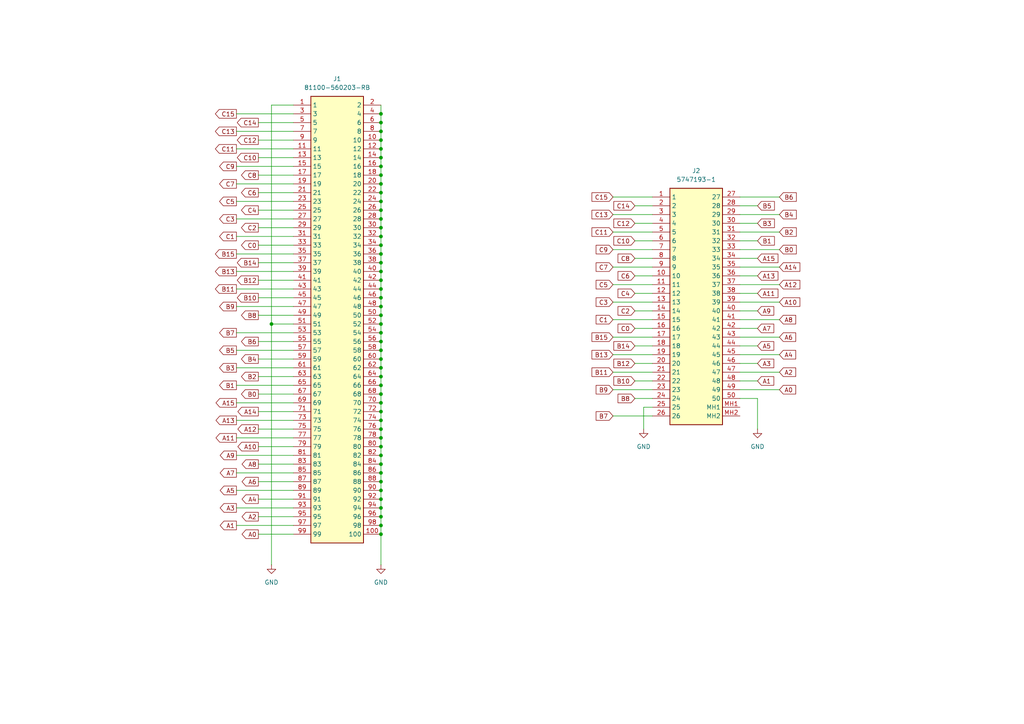
<source format=kicad_sch>
(kicad_sch (version 20231120) (generator "eeschema") (generator_version "8.0")
  (paper "A4")
  (title_block (title "ArCS Signal Adapter") (date "2024-10-01") (rev "Rev 1") (company "Fermilab") (comment 1 "Drawn by: Marco Del Tutto") (comment 2 "Originators: Claudio Montanari, Joe (Skippy) Brown"))
  (lib_symbols
    (symbol "5747193-1:5747193-1"
      (property "Reference" "J" (at 21.59 7.62 0))
      (property "Value" "5747193-1" (at 21.59 5.08 0))
      (symbol "5747193-1_1_1"
        (rectangle (start 5.08 2.54) (end 20.32 -66.04) (stroke (width 0.254)) (fill (type background)))
        (pin passive line (at 0 0 0) (length 5.08) (name "1") (number "1"))
        (pin passive line (at 0 -22.86 0) (length 5.08) (name "10") (number "10"))
        (pin passive line (at 0 -25.4 0) (length 5.08) (name "11") (number "11"))
        (pin passive line (at 0 -27.94 0) (length 5.08) (name "12") (number "12"))
        (pin passive line (at 0 -30.48 0) (length 5.08) (name "13") (number "13"))
        (pin passive line (at 0 -33.02 0) (length 5.08) (name "14") (number "14"))
        (pin passive line (at 0 -35.56 0) (length 5.08) (name "15") (number "15"))
        (pin passive line (at 0 -38.1 0) (length 5.08) (name "16") (number "16"))
        (pin passive line (at 0 -40.64 0) (length 5.08) (name "17") (number "17"))
        (pin passive line (at 0 -43.18 0) (length 5.08) (name "18") (number "18"))
        (pin passive line (at 0 -45.72 0) (length 5.08) (name "19") (number "19"))
        (pin passive line (at 0 -2.54 0) (length 5.08) (name "2") (number "2"))
        (pin passive line (at 0 -48.26 0) (length 5.08) (name "20") (number "20"))
        (pin passive line (at 0 -50.8 0) (length 5.08) (name "21") (number "21"))
        (pin passive line (at 0 -53.34 0) (length 5.08) (name "22") (number "22"))
        (pin passive line (at 0 -55.88 0) (length 5.08) (name "23") (number "23"))
        (pin passive line (at 0 -58.42 0) (length 5.08) (name "24") (number "24"))
        (pin passive line (at 0 -60.96 0) (length 5.08) (name "25") (number "25"))
        (pin passive line (at 0 -63.5 0) (length 5.08) (name "26") (number "26"))
        (pin passive line (at 25.4 0 180) (length 5.08) (name "27") (number "27"))
        (pin passive line (at 25.4 -2.54 180) (length 5.08) (name "28") (number "28"))
        (pin passive line (at 25.4 -5.08 180) (length 5.08) (name "29") (number "29"))
        (pin passive line (at 0 -5.08 0) (length 5.08) (name "3") (number "3"))
        (pin passive line (at 25.4 -7.62 180) (length 5.08) (name "30") (number "30"))
        (pin passive line (at 25.4 -10.16 180) (length 5.08) (name "31") (number "31"))
        (pin passive line (at 25.4 -12.7 180) (length 5.08) (name "32") (number "32"))
        (pin passive line (at 25.4 -15.24 180) (length 5.08) (name "33") (number "33"))
        (pin passive line (at 25.4 -17.78 180) (length 5.08) (name "34") (number "34"))
        (pin passive line (at 25.4 -20.32 180) (length 5.08) (name "35") (number "35"))
        (pin passive line (at 25.4 -22.86 180) (length 5.08) (name "36") (number "36"))
        (pin passive line (at 25.4 -25.4 180) (length 5.08) (name "37") (number "37"))
        (pin passive line (at 25.4 -27.94 180) (length 5.08) (name "38") (number "38"))
        (pin passive line (at 25.4 -30.48 180) (length 5.08) (name "39") (number "39"))
        (pin passive line (at 0 -7.62 0) (length 5.08) (name "4") (number "4"))
        (pin passive line (at 25.4 -33.02 180) (length 5.08) (name "40") (number "40"))
        (pin passive line (at 25.4 -35.56 180) (length 5.08) (name "41") (number "41"))
        (pin passive line (at 25.4 -38.1 180) (length 5.08) (name "42") (number "42"))
        (pin passive line (at 25.4 -40.64 180) (length 5.08) (name "43") (number "43"))
        (pin passive line (at 25.4 -43.18 180) (length 5.08) (name "44") (number "44"))
        (pin passive line (at 25.4 -45.72 180) (length 5.08) (name "45") (number "45"))
        (pin passive line (at 25.4 -48.26 180) (length 5.08) (name "46") (number "46"))
        (pin passive line (at 25.4 -50.8 180) (length 5.08) (name "47") (number "47"))
        (pin passive line (at 25.4 -53.34 180) (length 5.08) (name "48") (number "48"))
        (pin passive line (at 25.4 -55.88 180) (length 5.08) (name "49") (number "49"))
        (pin passive line (at 0 -10.16 0) (length 5.08) (name "5") (number "5"))
        (pin passive line (at 25.4 -58.42 180) (length 5.08) (name "50") (number "50"))
        (pin passive line (at 0 -12.7 0) (length 5.08) (name "6") (number "6"))
        (pin passive line (at 0 -15.24 0) (length 5.08) (name "7") (number "7"))
        (pin passive line (at 0 -17.78 0) (length 5.08) (name "8") (number "8"))
        (pin passive line (at 0 -20.32 0) (length 5.08) (name "9") (number "9"))
        (pin passive line (at 25.4 -60.96 180) (length 5.08) (name "MH1") (number "MH1"))
        (pin passive line (at 25.4 -63.5 180) (length 5.08) (name "MH2") (number "MH2"))
      )
    )
    (symbol "81100-560203-RB:81100-560203-RB"
      (property "Reference" "J" (at 21.59 7.62 0))
      (property "Value" "81100-560203-RB" (at 21.59 5.08 0))
      (symbol "81100-560203-RB_1_1"
        (rectangle (start 5.08 2.54) (end 20.32 -127) (stroke (width 0.254)) (fill (type background)))
        (pin passive line (at 0 0 0) (length 5.08) (name "1") (number "1"))
        (pin passive line (at 25.4 -10.16 180) (length 5.08) (name "10") (number "10"))
        (pin passive line (at 25.4 -124.46 180) (length 5.08) (name "100") (number "100"))
        (pin passive line (at 0 -12.7 0) (length 5.08) (name "11") (number "11"))
        (pin passive line (at 25.4 -12.7 180) (length 5.08) (name "12") (number "12"))
        (pin passive line (at 0 -15.24 0) (length 5.08) (name "13") (number "13"))
        (pin passive line (at 25.4 -15.24 180) (length 5.08) (name "14") (number "14"))
        (pin passive line (at 0 -17.78 0) (length 5.08) (name "15") (number "15"))
        (pin passive line (at 25.4 -17.78 180) (length 5.08) (name "16") (number "16"))
        (pin passive line (at 0 -20.32 0) (length 5.08) (name "17") (number "17"))
        (pin passive line (at 25.4 -20.32 180) (length 5.08) (name "18") (number "18"))
        (pin passive line (at 0 -22.86 0) (length 5.08) (name "19") (number "19"))
        (pin passive line (at 25.4 0 180) (length 5.08) (name "2") (number "2"))
        (pin passive line (at 25.4 -22.86 180) (length 5.08) (name "20") (number "20"))
        (pin passive line (at 0 -25.4 0) (length 5.08) (name "21") (number "21"))
        (pin passive line (at 25.4 -25.4 180) (length 5.08) (name "22") (number "22"))
        (pin passive line (at 0 -27.94 0) (length 5.08) (name "23") (number "23"))
        (pin passive line (at 25.4 -27.94 180) (length 5.08) (name "24") (number "24"))
        (pin passive line (at 0 -30.48 0) (length 5.08) (name "25") (number "25"))
        (pin passive line (at 25.4 -30.48 180) (length 5.08) (name "26") (number "26"))
        (pin passive line (at 0 -33.02 0) (length 5.08) (name "27") (number "27"))
        (pin passive line (at 25.4 -33.02 180) (length 5.08) (name "28") (number "28"))
        (pin passive line (at 0 -35.56 0) (length 5.08) (name "29") (number "29"))
        (pin passive line (at 0 -2.54 0) (length 5.08) (name "3") (number "3"))
        (pin passive line (at 25.4 -35.56 180) (length 5.08) (name "30") (number "30"))
        (pin passive line (at 0 -38.1 0) (length 5.08) (name "31") (number "31"))
        (pin passive line (at 25.4 -38.1 180) (length 5.08) (name "32") (number "32"))
        (pin passive line (at 0 -40.64 0) (length 5.08) (name "33") (number "33"))
        (pin passive line (at 25.4 -40.64 180) (length 5.08) (name "34") (number "34"))
        (pin passive line (at 0 -43.18 0) (length 5.08) (name "35") (number "35"))
        (pin passive line (at 25.4 -43.18 180) (length 5.08) (name "36") (number "36"))
        (pin passive line (at 0 -45.72 0) (length 5.08) (name "37") (number "37"))
        (pin passive line (at 25.4 -45.72 180) (length 5.08) (name "38") (number "38"))
        (pin passive line (at 0 -48.26 0) (length 5.08) (name "39") (number "39"))
        (pin passive line (at 25.4 -2.54 180) (length 5.08) (name "4") (number "4"))
        (pin passive line (at 25.4 -48.26 180) (length 5.08) (name "40") (number "40"))
        (pin passive line (at 0 -50.8 0) (length 5.08) (name "41") (number "41"))
        (pin passive line (at 25.4 -50.8 180) (length 5.08) (name "42") (number "42"))
        (pin passive line (at 0 -53.34 0) (length 5.08) (name "43") (number "43"))
        (pin passive line (at 25.4 -53.34 180) (length 5.08) (name "44") (number "44"))
        (pin passive line (at 0 -55.88 0) (length 5.08) (name "45") (number "45"))
        (pin passive line (at 25.4 -55.88 180) (length 5.08) (name "46") (number "46"))
        (pin passive line (at 0 -58.42 0) (length 5.08) (name "47") (number "47"))
        (pin passive line (at 25.4 -58.42 180) (length 5.08) (name "48") (number "48"))
        (pin passive line (at 0 -60.96 0) (length 5.08) (name "49") (number "49"))
        (pin passive line (at 0 -5.08 0) (length 5.08) (name "5") (number "5"))
        (pin passive line (at 25.4 -60.96 180) (length 5.08) (name "50") (number "50"))
        (pin passive line (at 0 -63.5 0) (length 5.08) (name "51") (number "51"))
        (pin passive line (at 25.4 -63.5 180) (length 5.08) (name "52") (number "52"))
        (pin passive line (at 0 -66.04 0) (length 5.08) (name "53") (number "53"))
        (pin passive line (at 25.4 -66.04 180) (length 5.08) (name "54") (number "54"))
        (pin passive line (at 0 -68.58 0) (length 5.08) (name "55") (number "55"))
        (pin passive line (at 25.4 -68.58 180) (length 5.08) (name "56") (number "56"))
        (pin passive line (at 0 -71.12 0) (length 5.08) (name "57") (number "57"))
        (pin passive line (at 25.4 -71.12 180) (length 5.08) (name "58") (number "58"))
        (pin passive line (at 0 -73.66 0) (length 5.08) (name "59") (number "59"))
        (pin passive line (at 25.4 -5.08 180) (length 5.08) (name "6") (number "6"))
        (pin passive line (at 25.4 -73.66 180) (length 5.08) (name "60") (number "60"))
        (pin passive line (at 0 -76.2 0) (length 5.08) (name "61") (number "61"))
        (pin passive line (at 25.4 -76.2 180) (length 5.08) (name "62") (number "62"))
        (pin passive line (at 0 -78.74 0) (length 5.08) (name "63") (number "63"))
        (pin passive line (at 25.4 -78.74 180) (length 5.08) (name "64") (number "64"))
        (pin passive line (at 0 -81.28 0) (length 5.08) (name "65") (number "65"))
        (pin passive line (at 25.4 -81.28 180) (length 5.08) (name "66") (number "66"))
        (pin passive line (at 0 -83.82 0) (length 5.08) (name "67") (number "67"))
        (pin passive line (at 25.4 -83.82 180) (length 5.08) (name "68") (number "68"))
        (pin passive line (at 0 -86.36 0) (length 5.08) (name "69") (number "69"))
        (pin passive line (at 0 -7.62 0) (length 5.08) (name "7") (number "7"))
        (pin passive line (at 25.4 -86.36 180) (length 5.08) (name "70") (number "70"))
        (pin passive line (at 0 -88.9 0) (length 5.08) (name "71") (number "71"))
        (pin passive line (at 25.4 -88.9 180) (length 5.08) (name "72") (number "72"))
        (pin passive line (at 0 -91.44 0) (length 5.08) (name "73") (number "73"))
        (pin passive line (at 25.4 -91.44 180) (length 5.08) (name "74") (number "74"))
        (pin passive line (at 0 -93.98 0) (length 5.08) (name "75") (number "75"))
        (pin passive line (at 25.4 -93.98 180) (length 5.08) (name "76") (number "76"))
        (pin passive line (at 0 -96.52 0) (length 5.08) (name "77") (number "77"))
        (pin passive line (at 25.4 -96.52 180) (length 5.08) (name "78") (number "78"))
        (pin passive line (at 0 -99.06 0) (length 5.08) (name "79") (number "79"))
        (pin passive line (at 25.4 -7.62 180) (length 5.08) (name "8") (number "8"))
        (pin passive line (at 25.4 -99.06 180) (length 5.08) (name "80") (number "80"))
        (pin passive line (at 0 -101.6 0) (length 5.08) (name "81") (number "81"))
        (pin passive line (at 25.4 -101.6 180) (length 5.08) (name "82") (number "82"))
        (pin passive line (at 0 -104.14 0) (length 5.08) (name "83") (number "83"))
        (pin passive line (at 25.4 -104.14 180) (length 5.08) (name "84") (number "84"))
        (pin passive line (at 0 -106.68 0) (length 5.08) (name "85") (number "85"))
        (pin passive line (at 25.4 -106.68 180) (length 5.08) (name "86") (number "86"))
        (pin passive line (at 0 -109.22 0) (length 5.08) (name "87") (number "87"))
        (pin passive line (at 25.4 -109.22 180) (length 5.08) (name "88") (number "88"))
        (pin passive line (at 0 -111.76 0) (length 5.08) (name "89") (number "89"))
        (pin passive line (at 0 -10.16 0) (length 5.08) (name "9") (number "9"))
        (pin passive line (at 25.4 -111.76 180) (length 5.08) (name "90") (number "90"))
        (pin passive line (at 0 -114.3 0) (length 5.08) (name "91") (number "91"))
        (pin passive line (at 25.4 -114.3 180) (length 5.08) (name "92") (number "92"))
        (pin passive line (at 0 -116.84 0) (length 5.08) (name "93") (number "93"))
        (pin passive line (at 25.4 -116.84 180) (length 5.08) (name "94") (number "94"))
        (pin passive line (at 0 -119.38 0) (length 5.08) (name "95") (number "95"))
        (pin passive line (at 25.4 -119.38 180) (length 5.08) (name "96") (number "96"))
        (pin passive line (at 0 -121.92 0) (length 5.08) (name "97") (number "97"))
        (pin passive line (at 25.4 -121.92 180) (length 5.08) (name "98") (number "98"))
        (pin passive line (at 0 -124.46 0) (length 5.08) (name "99") (number "99"))
      )
    )
    (symbol "power:GND" (power) (pin_numbers hide) (pin_names (offset 0) hide)
      (property "Value" "GND" (at 0 -3.81 0))
      (symbol "GND_0_1"
        (polyline (pts (xy 0 0) (xy 0 -1.27) (xy 1.27 -1.27) (xy 0 -2.54) (xy -1.27 -1.27) (xy 0 -1.27)))
      )
      (symbol "GND_1_1"
        (pin power_in line (at 0 0 270) (length 0) (name "~") (number "1"))
      )
    )
  )
  (junction (at 110.49 86.36))
  (junction (at 110.49 83.82))
  (junction (at 110.49 121.92))
  (junction (at 78.74 93.98))
  (junction (at 110.49 81.28))
  (junction (at 110.49 48.26))
  (junction (at 110.49 124.46))
  (junction (at 110.49 63.5))
  (junction (at 110.49 154.94))
  (junction (at 110.49 60.96))
  (junction (at 110.49 40.64))
  (junction (at 110.49 139.7))
  (junction (at 110.49 106.68))
  (junction (at 110.49 101.6))
  (junction (at 110.49 35.56))
  (junction (at 110.49 71.12))
  (junction (at 110.49 99.06))
  (junction (at 110.49 55.88))
  (junction (at 110.49 109.22))
  (junction (at 110.49 152.4))
  (junction (at 110.49 114.3))
  (junction (at 110.49 129.54))
  (junction (at 110.49 132.08))
  (junction (at 110.49 137.16))
  (junction (at 110.49 119.38))
  (junction (at 110.49 147.32))
  (junction (at 110.49 111.76))
  (junction (at 110.49 142.24))
  (junction (at 110.49 88.9))
  (junction (at 110.49 134.62))
  (junction (at 110.49 127))
  (junction (at 110.49 76.2))
  (junction (at 110.49 116.84))
  (junction (at 110.49 104.14))
  (junction (at 110.49 66.04))
  (junction (at 110.49 33.02))
  (junction (at 110.49 144.78))
  (junction (at 110.49 68.58))
  (junction (at 110.49 38.1))
  (junction (at 110.49 149.86))
  (junction (at 110.49 53.34))
  (junction (at 110.49 93.98))
  (junction (at 110.49 78.74))
  (junction (at 110.49 58.42))
  (junction (at 110.49 43.18))
  (junction (at 110.49 50.8))
  (junction (at 110.49 91.44))
  (junction (at 110.49 45.72))
  (junction (at 110.49 96.52))
  (junction (at 110.49 73.66))
  (wire (pts (xy 184.15 69.85) (xy 189.23 69.85)))
  (wire (pts (xy 68.58 147.32) (xy 85.09 147.32)))
  (wire (pts (xy 68.58 116.84) (xy 85.09 116.84)))
  (wire (pts (xy 68.58 101.6) (xy 85.09 101.6)))
  (wire (pts (xy 219.71 74.93) (xy 214.63 74.93)))
  (wire (pts (xy 74.93 71.12) (xy 85.09 71.12)))
  (wire (pts (xy 226.06 97.79) (xy 214.63 97.79)))
  (wire (pts (xy 74.93 114.3) (xy 85.09 114.3)))
  (wire (pts (xy 184.15 100.33) (xy 189.23 100.33)))
  (wire (pts (xy 110.49 45.72) (xy 110.49 48.26)))
  (wire (pts (xy 110.49 43.18) (xy 110.49 45.72)))
  (wire (pts (xy 177.8 87.63) (xy 189.23 87.63)))
  (wire (pts (xy 68.58 111.76) (xy 85.09 111.76)))
  (wire (pts (xy 219.71 115.57) (xy 219.71 124.46)))
  (wire (pts (xy 226.06 92.71) (xy 214.63 92.71)))
  (wire (pts (xy 68.58 33.02) (xy 85.09 33.02)))
  (wire (pts (xy 186.69 118.11) (xy 186.69 124.46)))
  (wire (pts (xy 74.93 119.38) (xy 85.09 119.38)))
  (wire (pts (xy 68.58 58.42) (xy 85.09 58.42)))
  (wire (pts (xy 110.49 124.46) (xy 110.49 127)))
  (wire (pts (xy 74.93 86.36) (xy 85.09 86.36)))
  (wire (pts (xy 74.93 76.2) (xy 85.09 76.2)))
  (wire (pts (xy 110.49 149.86) (xy 110.49 152.4)))
  (wire (pts (xy 110.49 88.9) (xy 110.49 91.44)))
  (wire (pts (xy 68.58 83.82) (xy 85.09 83.82)))
  (wire (pts (xy 226.06 87.63) (xy 214.63 87.63)))
  (wire (pts (xy 189.23 118.11) (xy 186.69 118.11)))
  (wire (pts (xy 110.49 93.98) (xy 110.49 96.52)))
  (wire (pts (xy 110.49 142.24) (xy 110.49 144.78)))
  (wire (pts (xy 184.15 110.49) (xy 189.23 110.49)))
  (wire (pts (xy 226.06 77.47) (xy 214.63 77.47)))
  (wire (pts (xy 74.93 134.62) (xy 85.09 134.62)))
  (wire (pts (xy 74.93 45.72) (xy 85.09 45.72)))
  (wire (pts (xy 74.93 109.22) (xy 85.09 109.22)))
  (wire (pts (xy 74.93 66.04) (xy 85.09 66.04)))
  (wire (pts (xy 177.8 113.03) (xy 189.23 113.03)))
  (wire (pts (xy 68.58 48.26) (xy 85.09 48.26)))
  (wire (pts (xy 110.49 33.02) (xy 110.49 35.56)))
  (wire (pts (xy 110.49 154.94) (xy 110.49 163.83)))
  (wire (pts (xy 219.71 90.17) (xy 214.63 90.17)))
  (wire (pts (xy 110.49 53.34) (xy 110.49 55.88)))
  (wire (pts (xy 74.93 99.06) (xy 85.09 99.06)))
  (wire (pts (xy 110.49 121.92) (xy 110.49 124.46)))
  (wire (pts (xy 219.71 64.77) (xy 214.63 64.77)))
  (wire (pts (xy 177.8 67.31) (xy 189.23 67.31)))
  (wire (pts (xy 177.8 92.71) (xy 189.23 92.71)))
  (wire (pts (xy 184.15 105.41) (xy 189.23 105.41)))
  (wire (pts (xy 110.49 147.32) (xy 110.49 149.86)))
  (wire (pts (xy 110.49 71.12) (xy 110.49 73.66)))
  (wire (pts (xy 110.49 152.4) (xy 110.49 154.94)))
  (wire (pts (xy 68.58 43.18) (xy 85.09 43.18)))
  (wire (pts (xy 74.93 149.86) (xy 85.09 149.86)))
  (wire (pts (xy 110.49 83.82) (xy 110.49 86.36)))
  (wire (pts (xy 177.8 82.55) (xy 189.23 82.55)))
  (wire (pts (xy 184.15 90.17) (xy 189.23 90.17)))
  (wire (pts (xy 110.49 129.54) (xy 110.49 132.08)))
  (wire (pts (xy 226.06 72.39) (xy 214.63 72.39)))
  (wire (pts (xy 68.58 78.74) (xy 85.09 78.74)))
  (wire (pts (xy 110.49 58.42) (xy 110.49 60.96)))
  (wire (pts (xy 110.49 60.96) (xy 110.49 63.5)))
  (wire (pts (xy 219.71 110.49) (xy 214.63 110.49)))
  (wire (pts (xy 110.49 40.64) (xy 110.49 43.18)))
  (wire (pts (xy 110.49 144.78) (xy 110.49 147.32)))
  (wire (pts (xy 110.49 96.52) (xy 110.49 99.06)))
  (wire (pts (xy 226.06 67.31) (xy 214.63 67.31)))
  (wire (pts (xy 177.8 57.15) (xy 189.23 57.15)))
  (wire (pts (xy 110.49 134.62) (xy 110.49 137.16)))
  (wire (pts (xy 110.49 76.2) (xy 110.49 78.74)))
  (wire (pts (xy 214.63 57.15) (xy 226.06 57.15)))
  (wire (pts (xy 184.15 80.01) (xy 189.23 80.01)))
  (wire (pts (xy 74.93 129.54) (xy 85.09 129.54)))
  (wire (pts (xy 110.49 63.5) (xy 110.49 66.04)))
  (wire (pts (xy 184.15 115.57) (xy 189.23 115.57)))
  (wire (pts (xy 110.49 137.16) (xy 110.49 139.7)))
  (wire (pts (xy 184.15 85.09) (xy 189.23 85.09)))
  (wire (pts (xy 68.58 142.24) (xy 85.09 142.24)))
  (wire (pts (xy 74.93 91.44) (xy 85.09 91.44)))
  (wire (pts (xy 68.58 132.08) (xy 85.09 132.08)))
  (wire (pts (xy 219.71 105.41) (xy 214.63 105.41)))
  (wire (pts (xy 110.49 66.04) (xy 110.49 68.58)))
  (wire (pts (xy 68.58 53.34) (xy 85.09 53.34)))
  (wire (pts (xy 74.93 124.46) (xy 85.09 124.46)))
  (wire (pts (xy 110.49 104.14) (xy 110.49 106.68)))
  (wire (pts (xy 68.58 127) (xy 85.09 127)))
  (wire (pts (xy 214.63 115.57) (xy 219.71 115.57)))
  (wire (pts (xy 184.15 59.69) (xy 189.23 59.69)))
  (wire (pts (xy 110.49 73.66) (xy 110.49 76.2)))
  (wire (pts (xy 110.49 55.88) (xy 110.49 58.42)))
  (wire (pts (xy 78.74 93.98) (xy 78.74 163.83)))
  (wire (pts (xy 110.49 35.56) (xy 110.49 38.1)))
  (wire (pts (xy 219.71 85.09) (xy 214.63 85.09)))
  (wire (pts (xy 68.58 152.4) (xy 85.09 152.4)))
  (wire (pts (xy 68.58 121.92) (xy 85.09 121.92)))
  (wire (pts (xy 177.8 120.65) (xy 189.23 120.65)))
  (wire (pts (xy 110.49 68.58) (xy 110.49 71.12)))
  (wire (pts (xy 184.15 64.77) (xy 189.23 64.77)))
  (wire (pts (xy 177.8 62.23) (xy 189.23 62.23)))
  (wire (pts (xy 177.8 102.87) (xy 189.23 102.87)))
  (wire (pts (xy 74.93 144.78) (xy 85.09 144.78)))
  (wire (pts (xy 78.74 30.48) (xy 78.74 93.98)))
  (wire (pts (xy 184.15 95.25) (xy 189.23 95.25)))
  (wire (pts (xy 110.49 106.68) (xy 110.49 109.22)))
  (wire (pts (xy 78.74 93.98) (xy 85.09 93.98)))
  (wire (pts (xy 184.15 74.93) (xy 189.23 74.93)))
  (wire (pts (xy 68.58 106.68) (xy 85.09 106.68)))
  (wire (pts (xy 177.8 97.79) (xy 189.23 97.79)))
  (wire (pts (xy 74.93 50.8) (xy 85.09 50.8)))
  (wire (pts (xy 68.58 73.66) (xy 85.09 73.66)))
  (wire (pts (xy 110.49 111.76) (xy 110.49 114.3)))
  (wire (pts (xy 74.93 104.14) (xy 85.09 104.14)))
  (wire (pts (xy 177.8 77.47) (xy 189.23 77.47)))
  (wire (pts (xy 177.8 107.95) (xy 189.23 107.95)))
  (wire (pts (xy 110.49 132.08) (xy 110.49 134.62)))
  (wire (pts (xy 219.71 80.01) (xy 214.63 80.01)))
  (wire (pts (xy 110.49 119.38) (xy 110.49 121.92)))
  (wire (pts (xy 110.49 101.6) (xy 110.49 104.14)))
  (wire (pts (xy 68.58 68.58) (xy 85.09 68.58)))
  (wire (pts (xy 219.71 100.33) (xy 214.63 100.33)))
  (wire (pts (xy 110.49 127) (xy 110.49 129.54)))
  (wire (pts (xy 226.06 102.87) (xy 214.63 102.87)))
  (wire (pts (xy 226.06 82.55) (xy 214.63 82.55)))
  (wire (pts (xy 68.58 63.5) (xy 85.09 63.5)))
  (wire (pts (xy 219.71 69.85) (xy 214.63 69.85)))
  (wire (pts (xy 226.06 113.03) (xy 214.63 113.03)))
  (wire (pts (xy 74.93 60.96) (xy 85.09 60.96)))
  (wire (pts (xy 74.93 35.56) (xy 85.09 35.56)))
  (wire (pts (xy 110.49 38.1) (xy 110.49 40.64)))
  (wire (pts (xy 110.49 116.84) (xy 110.49 119.38)))
  (wire (pts (xy 226.06 62.23) (xy 214.63 62.23)))
  (wire (pts (xy 74.93 55.88) (xy 85.09 55.88)))
  (wire (pts (xy 110.49 99.06) (xy 110.49 101.6)))
  (wire (pts (xy 110.49 81.28) (xy 110.49 83.82)))
  (wire (pts (xy 110.49 139.7) (xy 110.49 142.24)))
  (wire (pts (xy 110.49 30.48) (xy 110.49 33.02)))
  (wire (pts (xy 110.49 109.22) (xy 110.49 111.76)))
  (wire (pts (xy 110.49 114.3) (xy 110.49 116.84)))
  (wire (pts (xy 110.49 48.26) (xy 110.49 50.8)))
  (wire (pts (xy 110.49 91.44) (xy 110.49 93.98)))
  (wire (pts (xy 110.49 50.8) (xy 110.49 53.34)))
  (wire (pts (xy 110.49 78.74) (xy 110.49 81.28)))
  (wire (pts (xy 226.06 107.95) (xy 214.63 107.95)))
  (wire (pts (xy 68.58 88.9) (xy 85.09 88.9)))
  (wire (pts (xy 177.8 72.39) (xy 189.23 72.39)))
  (wire (pts (xy 110.49 86.36) (xy 110.49 88.9)))
  (wire (pts (xy 74.93 81.28) (xy 85.09 81.28)))
  (wire (pts (xy 74.93 139.7) (xy 85.09 139.7)))
  (wire (pts (xy 219.71 59.69) (xy 214.63 59.69)))
  (wire (pts (xy 219.71 95.25) (xy 214.63 95.25)))
  (wire (pts (xy 68.58 38.1) (xy 85.09 38.1)))
  (wire (pts (xy 74.93 40.64) (xy 85.09 40.64)))
  (wire (pts (xy 74.93 154.94) (xy 85.09 154.94)))
  (wire (pts (xy 85.09 30.48) (xy 78.74 30.48)))
  (wire (pts (xy 68.58 96.52) (xy 85.09 96.52)))
  (wire (pts (xy 68.58 137.16) (xy 85.09 137.16)))
  (global_label "B12" (shape output) (at 74.93 81.28 180) (property "Intersheetrefs" "${INTERSHEET_REFS}" (effects (hide yes))))
  (global_label "A8" (shape input) (at 226.06 92.71 0) (property "Intersheetrefs" "${INTERSHEET_REFS}" (effects (hide yes))))
  (global_label "C1" (shape output) (at 68.58 68.58 180) (property "Intersheetrefs" "${INTERSHEET_REFS}" (effects (hide yes))))
  (global_label "A7" (shape input) (at 219.71 95.25 0) (property "Intersheetrefs" "${INTERSHEET_REFS}" (effects (hide yes))))
  (global_label "A6" (shape output) (at 74.93 139.7 180) (property "Intersheetrefs" "${INTERSHEET_REFS}" (effects (hide yes))))
  (global_label "C6" (shape output) (at 74.93 55.88 180) (property "Intersheetrefs" "${INTERSHEET_REFS}" (effects (hide yes))))
  (global_label "C10" (shape input) (at 184.15 69.85 180) (property "Intersheetrefs" "${INTERSHEET_REFS}" (effects (hide yes))))
  (global_label "B9" (shape output) (at 68.58 88.9 180) (property "Intersheetrefs" "${INTERSHEET_REFS}" (effects (hide yes))))
  (global_label "A13" (shape input) (at 219.71 80.01 0) (property "Intersheetrefs" "${INTERSHEET_REFS}" (effects (hide yes))))
  (global_label "B14" (shape input) (at 184.15 100.33 180) (property "Intersheetrefs" "${INTERSHEET_REFS}" (effects (hide yes))))
  (global_label "C2" (shape output) (at 74.93 66.04 180) (property "Intersheetrefs" "${INTERSHEET_REFS}" (effects (hide yes))))
  (global_label "A10" (shape input) (at 226.06 87.63 0) (property "Intersheetrefs" "${INTERSHEET_REFS}" (effects (hide yes))))
  (global_label "A12" (shape input) (at 226.06 82.55 0) (property "Intersheetrefs" "${INTERSHEET_REFS}" (effects (hide yes))))
  (global_label "C14" (shape output) (at 74.93 35.56 180) (property "Intersheetrefs" "${INTERSHEET_REFS}" (effects (hide yes))))
  (global_label "A5" (shape output) (at 68.58 142.24 180) (property "Intersheetrefs" "${INTERSHEET_REFS}" (effects (hide yes))))
  (global_label "A9" (shape input) (at 219.71 90.17 0) (property "Intersheetrefs" "${INTERSHEET_REFS}" (effects (hide yes))))
  (global_label "C6" (shape input) (at 184.15 80.01 180) (property "Intersheetrefs" "${INTERSHEET_REFS}" (effects (hide yes))))
  (global_label "A9" (shape output) (at 68.58 132.08 180) (property "Intersheetrefs" "${INTERSHEET_REFS}" (effects (hide yes))))
  (global_label "B0" (shape output) (at 74.93 114.3 180) (property "Intersheetrefs" "${INTERSHEET_REFS}" (effects (hide yes))))
  (global_label "B11" (shape input) (at 177.8 107.95 180) (property "Intersheetrefs" "${INTERSHEET_REFS}" (effects (hide yes))))
  (global_label "C13" (shape output) (at 68.58 38.1 180) (property "Intersheetrefs" "${INTERSHEET_REFS}" (effects (hide yes))))
  (global_label "A3" (shape input) (at 219.71 105.41 0) (property "Intersheetrefs" "${INTERSHEET_REFS}" (effects (hide yes))))
  (global_label "C0" (shape output) (at 74.93 71.12 180) (property "Intersheetrefs" "${INTERSHEET_REFS}" (effects (hide yes))))
  (global_label "A14" (shape input) (at 226.06 77.47 0) (property "Intersheetrefs" "${INTERSHEET_REFS}" (effects (hide yes))))
  (global_label "B1" (shape output) (at 68.58 111.76 180) (property "Intersheetrefs" "${INTERSHEET_REFS}" (effects (hide yes))))
  (global_label "A11" (shape input) (at 219.71 85.09 0) (property "Intersheetrefs" "${INTERSHEET_REFS}" (effects (hide yes))))
  (global_label "B4" (shape input) (at 226.06 62.23 0) (property "Intersheetrefs" "${INTERSHEET_REFS}" (effects (hide yes))))
  (global_label "A1" (shape output) (at 68.58 152.4 180) (property "Intersheetrefs" "${INTERSHEET_REFS}" (effects (hide yes))))
  (global_label "C4" (shape output) (at 74.93 60.96 180) (property "Intersheetrefs" "${INTERSHEET_REFS}" (effects (hide yes))))
  (global_label "C5" (shape output) (at 68.58 58.42 180) (property "Intersheetrefs" "${INTERSHEET_REFS}" (effects (hide yes))))
  (global_label "B5" (shape output) (at 68.58 101.6 180) (property "Intersheetrefs" "${INTERSHEET_REFS}" (effects (hide yes))))
  (global_label "B7" (shape input) (at 177.8 120.65 180) (property "Intersheetrefs" "${INTERSHEET_REFS}" (effects (hide yes))))
  (global_label "A7" (shape output) (at 68.58 137.16 180) (property "Intersheetrefs" "${INTERSHEET_REFS}" (effects (hide yes))))
  (global_label "B9" (shape input) (at 177.8 113.03 180) (property "Intersheetrefs" "${INTERSHEET_REFS}" (effects (hide yes))))
  (global_label "A4" (shape output) (at 74.93 144.78 180) (property "Intersheetrefs" "${INTERSHEET_REFS}" (effects (hide yes))))
  (global_label "B3" (shape input) (at 219.71 64.77 0) (property "Intersheetrefs" "${INTERSHEET_REFS}" (effects (hide yes))))
  (global_label "A10" (shape output) (at 74.93 129.54 180) (property "Intersheetrefs" "${INTERSHEET_REFS}" (effects (hide yes))))
  (global_label "B7" (shape output) (at 68.58 96.52 180) (property "Intersheetrefs" "${INTERSHEET_REFS}" (effects (hide yes))))
  (global_label "B12" (shape input) (at 184.15 105.41 180) (property "Intersheetrefs" "${INTERSHEET_REFS}" (effects (hide yes))))
  (global_label "C12" (shape input) (at 184.15 64.77 180) (property "Intersheetrefs" "${INTERSHEET_REFS}" (effects (hide yes))))
  (global_label "C15" (shape input) (at 177.8 57.15 180) (property "Intersheetrefs" "${INTERSHEET_REFS}" (effects (hide yes))))
  (global_label "B8" (shape output) (at 74.93 91.44 180) (property "Intersheetrefs" "${INTERSHEET_REFS}" (effects (hide yes))))
  (global_label "B11" (shape output) (at 68.58 83.82 180) (property "Intersheetrefs" "${INTERSHEET_REFS}" (effects (hide yes))))
  (global_label "B15" (shape input) (at 177.8 97.79 180) (property "Intersheetrefs" "${INTERSHEET_REFS}" (effects (hide yes))))
  (global_label "B14" (shape output) (at 74.93 76.2 180) (property "Intersheetrefs" "${INTERSHEET_REFS}" (effects (hide yes))))
  (global_label "C9" (shape output) (at 68.58 48.26 180) (property "Intersheetrefs" "${INTERSHEET_REFS}" (effects (hide yes))))
  (global_label "B2" (shape input) (at 226.06 67.31 0) (property "Intersheetrefs" "${INTERSHEET_REFS}" (effects (hide yes))))
  (global_label "B4" (shape output) (at 74.93 104.14 180) (property "Intersheetrefs" "${INTERSHEET_REFS}" (effects (hide yes))))
  (global_label "B3" (shape output) (at 68.58 106.68 180) (property "Intersheetrefs" "${INTERSHEET_REFS}" (effects (hide yes))))
  (global_label "B6" (shape input) (at 226.06 57.15 0) (property "Intersheetrefs" "${INTERSHEET_REFS}" (effects (hide yes))))
  (global_label "B10" (shape input) (at 184.15 110.49 180) (property "Intersheetrefs" "${INTERSHEET_REFS}" (effects (hide yes))))
  (global_label "C7" (shape output) (at 68.58 53.34 180) (property "Intersheetrefs" "${INTERSHEET_REFS}" (effects (hide yes))))
  (global_label "A0" (shape input) (at 226.06 113.03 0) (property "Intersheetrefs" "${INTERSHEET_REFS}" (effects (hide yes))))
  (global_label "B10" (shape output) (at 74.93 86.36 180) (property "Intersheetrefs" "${INTERSHEET_REFS}" (effects (hide yes))))
  (global_label "C3" (shape output) (at 68.58 63.5 180) (property "Intersheetrefs" "${INTERSHEET_REFS}" (effects (hide yes))))
  (global_label "C11" (shape input) (at 177.8 67.31 180) (property "Intersheetrefs" "${INTERSHEET_REFS}" (effects (hide yes))))
  (global_label "C11" (shape output) (at 68.58 43.18 180) (property "Intersheetrefs" "${INTERSHEET_REFS}" (effects (hide yes))))
  (global_label "A14" (shape output) (at 74.93 119.38 180) (property "Intersheetrefs" "${INTERSHEET_REFS}" (effects (hide yes))))
  (global_label "B2" (shape output) (at 74.93 109.22 180) (property "Intersheetrefs" "${INTERSHEET_REFS}" (effects (hide yes))))
  (global_label "A13" (shape output) (at 68.58 121.92 180) (property "Intersheetrefs" "${INTERSHEET_REFS}" (effects (hide yes))))
  (global_label "C4" (shape input) (at 184.15 85.09 180) (property "Intersheetrefs" "${INTERSHEET_REFS}" (effects (hide yes))))
  (global_label "C8" (shape output) (at 74.93 50.8 180) (property "Intersheetrefs" "${INTERSHEET_REFS}" (effects (hide yes))))
  (global_label "C15" (shape output) (at 68.58 33.02 180) (property "Intersheetrefs" "${INTERSHEET_REFS}" (effects (hide yes))))
  (global_label "A4" (shape input) (at 226.06 102.87 0) (property "Intersheetrefs" "${INTERSHEET_REFS}" (effects (hide yes))))
  (global_label "C10" (shape output) (at 74.93 45.72 180) (property "Intersheetrefs" "${INTERSHEET_REFS}" (effects (hide yes))))
  (global_label "A11" (shape output) (at 68.58 127 180) (property "Intersheetrefs" "${INTERSHEET_REFS}" (effects (hide yes))))
  (global_label "C9" (shape input) (at 177.8 72.39 180) (property "Intersheetrefs" "${INTERSHEET_REFS}" (effects (hide yes))))
  (global_label "A2" (shape input) (at 226.06 107.95 0) (property "Intersheetrefs" "${INTERSHEET_REFS}" (effects (hide yes))))
  (global_label "A0" (shape output) (at 74.93 154.94 180) (property "Intersheetrefs" "${INTERSHEET_REFS}" (effects (hide yes))))
  (global_label "B5" (shape input) (at 219.71 59.69 0) (property "Intersheetrefs" "${INTERSHEET_REFS}" (effects (hide yes))))
  (global_label "B13" (shape output) (at 68.58 78.74 180) (property "Intersheetrefs" "${INTERSHEET_REFS}" (effects (hide yes))))
  (global_label "C13" (shape input) (at 177.8 62.23 180) (property "Intersheetrefs" "${INTERSHEET_REFS}" (effects (hide yes))))
  (global_label "B0" (shape input) (at 226.06 72.39 0) (property "Intersheetrefs" "${INTERSHEET_REFS}" (effects (hide yes))))
  (global_label "C7" (shape input) (at 177.8 77.47 180) (property "Intersheetrefs" "${INTERSHEET_REFS}" (effects (hide yes))))
  (global_label "C8" (shape input) (at 184.15 74.93 180) (property "Intersheetrefs" "${INTERSHEET_REFS}" (effects (hide yes))))
  (global_label "A12" (shape output) (at 74.93 124.46 180) (property "Intersheetrefs" "${INTERSHEET_REFS}" (effects (hide yes))))
  (global_label "B8" (shape input) (at 184.15 115.57 180) (property "Intersheetrefs" "${INTERSHEET_REFS}" (effects (hide yes))))
  (global_label "C14" (shape input) (at 184.15 59.69 180) (property "Intersheetrefs" "${INTERSHEET_REFS}" (effects (hide yes))))
  (global_label "C2" (shape input) (at 184.15 90.17 180) (property "Intersheetrefs" "${INTERSHEET_REFS}" (effects (hide yes))))
  (global_label "B13" (shape input) (at 177.8 102.87 180) (property "Intersheetrefs" "${INTERSHEET_REFS}" (effects (hide yes))))
  (global_label "C1" (shape input) (at 177.8 92.71 180) (property "Intersheetrefs" "${INTERSHEET_REFS}" (effects (hide yes))))
  (global_label "C5" (shape input) (at 177.8 82.55 180) (property "Intersheetrefs" "${INTERSHEET_REFS}" (effects (hide yes))))
  (global_label "B15" (shape output) (at 68.58 73.66 180) (property "Intersheetrefs" "${INTERSHEET_REFS}" (effects (hide yes))))
  (global_label "A2" (shape output) (at 74.93 149.86 180) (property "Intersheetrefs" "${INTERSHEET_REFS}" (effects (hide yes))))
  (global_label "B1" (shape input) (at 219.71 69.85 0) (property "Intersheetrefs" "${INTERSHEET_REFS}" (effects (hide yes))))
  (global_label "A3" (shape output) (at 68.58 147.32 180) (property "Intersheetrefs" "${INTERSHEET_REFS}" (effects (hide yes))))
  (global_label "C0" (shape input) (at 184.15 95.25 180) (property "Intersheetrefs" "${INTERSHEET_REFS}" (effects (hide yes))))
  (global_label "A6" (shape input) (at 226.06 97.79 0) (property "Intersheetrefs" "${INTERSHEET_REFS}" (effects (hide yes))))
  (global_label "A15" (shape output) (at 68.58 116.84 180) (property "Intersheetrefs" "${INTERSHEET_REFS}" (effects (hide yes))))
  (global_label "A8" (shape output) (at 74.93 134.62 180) (property "Intersheetrefs" "${INTERSHEET_REFS}" (effects (hide yes))))
  (global_label "A1" (shape input) (at 219.71 110.49 0) (property "Intersheetrefs" "${INTERSHEET_REFS}" (effects (hide yes))))
  (global_label "C3" (shape input) (at 177.8 87.63 180) (property "Intersheetrefs" "${INTERSHEET_REFS}" (effects (hide yes))))
  (global_label "C12" (shape output) (at 74.93 40.64 180) (property "Intersheetrefs" "${INTERSHEET_REFS}" (effects (hide yes))))
  (global_label "A5" (shape input) (at 219.71 100.33 0) (property "Intersheetrefs" "${INTERSHEET_REFS}" (effects (hide yes))))
  (global_label "B6" (shape output) (at 74.93 99.06 180) (property "Intersheetrefs" "${INTERSHEET_REFS}" (effects (hide yes))))
  (global_label "A15" (shape input) (at 219.71 74.93 0) (property "Intersheetrefs" "${INTERSHEET_REFS}" (effects (hide yes))))
  (symbol (lib_id "power:GND") (at 186.69 124.46 0) (unit 1)
    (property "Reference" "#PWR04" (effects (hide yes)))
    (property "Value" "GND" (at 186.69 129.54 0))
    (property "Description" "Power symbol creates a global label with name \"GND\" , ground" (effects (hide yes)))
  )
  (symbol (lib_id "5747193-1:5747193-1") (at 189.23 57.15 0) (unit 1)
    (property "Reference" "J2" (at 201.93 49.53 0))
    (property "Value" "5747193-1" (at 201.93 52.07 0))
    (property "Footprint" "KiCad3:57471931" (effects (hide yes)))
    (property "Datasheet" "https://www.te.com/commerce/DocumentDelivery/DDEController?Action=srchrtrv&DocNm=82068_AMPLIMITE_Right-Angle_Posted_Conn&DocType=Catalog%20Section&DocLang=English&PartCntxt=5747193-1&DocFormat=pdf" (effects (hide yes)))
    (property "Description" "Body Features: Mating Feature Material Steel | Primary Product Color Black | Insert Material Thermoplastic | Connector Profile High | Mating Feature Plating Material Zinc | Shell Plating Material Tin | Configuration Features: Number of Positions 50 | PCB Mount Orientation Right Angle | Number of Rows 3 | Contact Features: Contact Shape & Form Square | Contact Mating Area Plating Material Gold Flash | Contact Base Material Phosphor Bronze | Contact Current Rating (Max) 6 AMP | Contact Underplating Material N" (effects (hide yes)))
    (property "Height" "15.748" (effects (hide yes)))
    (property "Manufacturer_Name" "TE Connectivity" (effects (hide yes)))
    (property "Manufacturer_Part_Number" "5747193-1" (effects (hide yes)))
    (property "Mouser Part Number" "571-5747193-1" (effects (hide yes)))
    (property "Mouser Price/Stock" "https://www.mouser.co.uk/ProductDetail/TE-Connectivity/5747193-1?qs=mno522deGfZP6KLDJlhOqQ%3D%3D" (effects (hide yes)))
    (property "Arrow Part Number" "5747193-1" (effects (hide yes)))
    (property "Arrow Price/Stock" "https://www.arrow.com/en/products/5747193-1/te-connectivity" (effects (hide yes)))
  )
  (symbol (lib_id "power:GND") (at 219.71 124.46 0) (unit 1)
    (property "Reference" "#PWR03" (effects (hide yes)))
    (property "Value" "GND" (at 219.71 129.54 0))
    (property "Description" "Power symbol creates a global label with name \"GND\" , ground" (effects (hide yes)))
  )
  (symbol (lib_id "power:GND") (at 110.49 163.83 0) (unit 1)
    (property "Reference" "#PWR02" (effects (hide yes)))
    (property "Value" "GND" (at 110.49 168.91 0))
    (property "Description" "Power symbol creates a global label with name \"GND\" , ground" (effects (hide yes)))
  )
  (symbol (lib_id "power:GND") (at 78.74 163.83 0) (unit 1)
    (property "Reference" "#PWR01" (effects (hide yes)))
    (property "Value" "GND" (at 78.74 168.91 0))
    (property "Description" "Power symbol creates a global label with name \"GND\" , ground" (effects (hide yes)))
  )
  (symbol (lib_id "81100-560203-RB:81100-560203-RB") (at 85.09 30.48 0) (unit 1)
    (property "Reference" "J1" (at 97.79 22.86 0))
    (property "Value" "81100-560203-RB" (at 97.79 25.4 0))
    (property "Footprint" "KiCad2:81100560203RB" (effects (hide yes)))
    (property "Datasheet" "https://multimedia.3m.com/mws/media/22111O/3mtm-050-in-4-wall-tripol-hdr-050x-100-l-e-ra-ts0253.pdf" (effects (hide yes)))
    (property "Description" "Connector Header Through Hole, Right Angle 100 position 0.050\" (1.27mm)" (effects (hide yes)))
    (property "Height" "8.124" (effects (hide yes)))
    (property "Manufacturer_Name" "3M" (effects (hide yes)))
    (property "Manufacturer_Part_Number" "81100-560203-RB" (effects (hide yes)))
    (property "Mouser Part Number" "517-81100-560203-RB" (effects (hide yes)))
    (property "Mouser Price/Stock" "https://www.mouser.co.uk/ProductDetail/3M-Electronic-Solutions-Division/81100-560203-RB?qs=eGwfpNCgy99%252B5wlUlz%2FCZw%3D%3D" (effects (hide yes)))
    (property "Arrow Part Number" "81100-560203-RB" (effects (hide yes)))
    (property "Arrow Price/Stock" "https://www.arrow.com/en/products/81100-560203-rb/3m?region=nac" (effects (hide yes)))
  )
)
</source>
